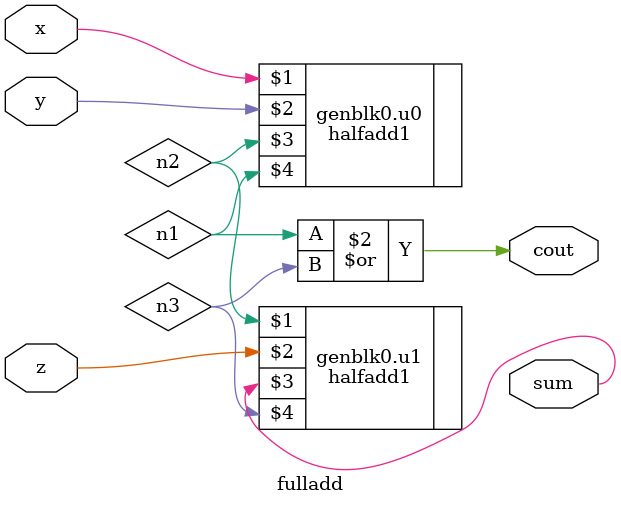
<source format=v>
module fulladd(x,y,z,sum,cout);//fulladd module
input x,y,z;//1bit x,y,z in
output sum,cout;//1bit sum, cout out
wire sum,cout;//wire sum,cout
wire n1,n2,n3;//wire

always@(x,y,z);//when x,y,z in
begin
halfadd1 u0(x,y,n2,n1);//halfadder x,y in n2,n1 out
halfadd1 u1(n2,z,sum,n3);//halfadder n2,z in sum,n3 out
or (cout,n1,n3);//cout<-n1 or n3
end
endmodule

</source>
